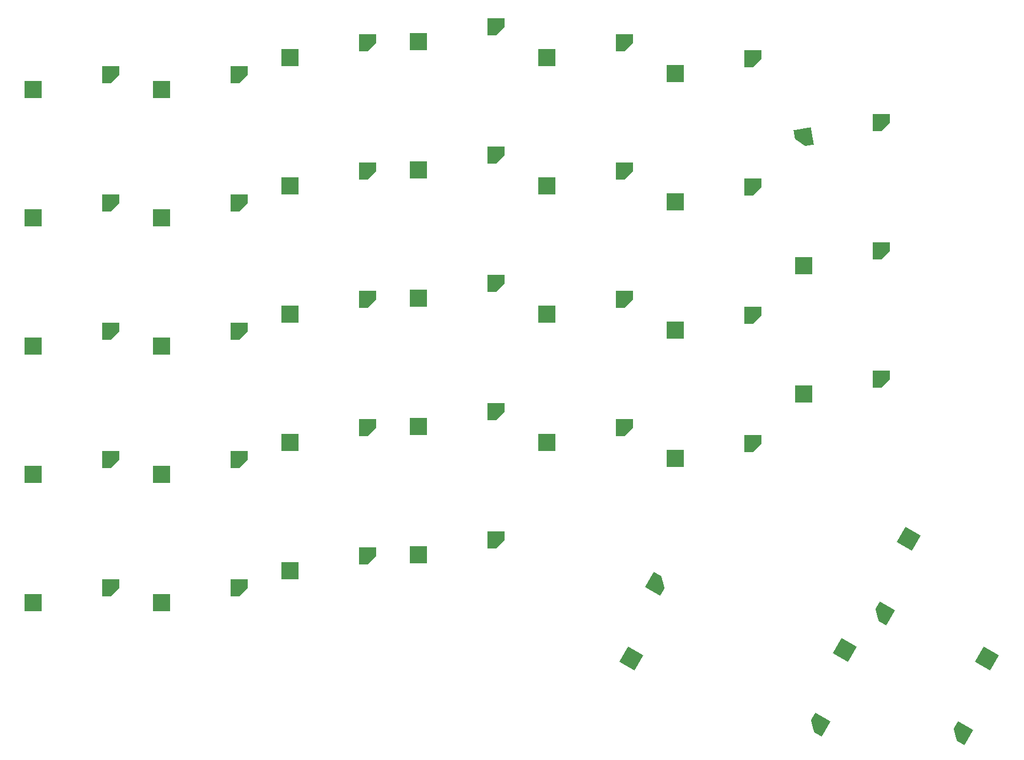
<source format=gbr>
%TF.GenerationSoftware,KiCad,Pcbnew,8.0.3*%
%TF.CreationDate,2024-07-25T04:43:43+09:00*%
%TF.ProjectId,ergodash,6572676f-6461-4736-982e-6b696361645f,2.0*%
%TF.SameCoordinates,Original*%
%TF.FileFunction,Paste,Top*%
%TF.FilePolarity,Positive*%
%FSLAX46Y46*%
G04 Gerber Fmt 4.6, Leading zero omitted, Abs format (unit mm)*
G04 Created by KiCad (PCBNEW 8.0.3) date 2024-07-25 04:43:43*
%MOMM*%
%LPD*%
G01*
G04 APERTURE LIST*
G04 Aperture macros list*
%AMRotRect*
0 Rectangle, with rotation*
0 The origin of the aperture is its center*
0 $1 length*
0 $2 width*
0 $3 Rotation angle, in degrees counterclockwise*
0 Add horizontal line*
21,1,$1,$2,0,0,$3*%
%AMOutline5P*
0 Free polygon, 5 corners , with rotation*
0 The origin of the aperture is its center*
0 number of corners: always 5*
0 $1 to $10 corner X, Y*
0 $11 Rotation angle, in degrees counterclockwise*
0 create outline with 5 corners*
4,1,5,$1,$2,$3,$4,$5,$6,$7,$8,$9,$10,$1,$2,$11*%
%AMOutline6P*
0 Free polygon, 6 corners , with rotation*
0 The origin of the aperture is its center*
0 number of corners: always 6*
0 $1 to $12 corner X, Y*
0 $13 Rotation angle, in degrees counterclockwise*
0 create outline with 6 corners*
4,1,6,$1,$2,$3,$4,$5,$6,$7,$8,$9,$10,$11,$12,$1,$2,$13*%
%AMOutline7P*
0 Free polygon, 7 corners , with rotation*
0 The origin of the aperture is its center*
0 number of corners: always 7*
0 $1 to $14 corner X, Y*
0 $15 Rotation angle, in degrees counterclockwise*
0 create outline with 7 corners*
4,1,7,$1,$2,$3,$4,$5,$6,$7,$8,$9,$10,$11,$12,$13,$14,$1,$2,$15*%
%AMOutline8P*
0 Free polygon, 8 corners , with rotation*
0 The origin of the aperture is its center*
0 number of corners: always 8*
0 $1 to $16 corner X, Y*
0 $17 Rotation angle, in degrees counterclockwise*
0 create outline with 8 corners*
4,1,8,$1,$2,$3,$4,$5,$6,$7,$8,$9,$10,$11,$12,$13,$14,$15,$16,$1,$2,$17*%
G04 Aperture macros list end*
%ADD10Outline5P,-1.300000X1.300000X1.300000X1.300000X1.300000X0.000000X0.000000X-1.300000X-1.300000X-1.300000X0.000000*%
%ADD11R,2.600000X2.600000*%
%ADD12Outline5P,-1.300000X1.300000X1.300000X1.300000X1.300000X-1.300000X0.000000X-1.300000X-1.300000X0.000000X10.000000*%
%ADD13Outline5P,-1.300000X1.300000X1.300000X1.300000X1.300000X0.000000X0.000000X-1.300000X-1.300000X-1.300000X240.000000*%
%ADD14RotRect,2.600000X2.600000X240.000000*%
%ADD15Outline5P,-1.300000X1.300000X1.300000X1.300000X1.300000X0.000000X0.000000X-1.300000X-1.300000X-1.300000X60.000000*%
%ADD16RotRect,2.600000X2.600000X60.000000*%
%ADD17Outline5P,-1.300000X0.000000X0.000000X1.300000X1.300000X1.300000X1.300000X-1.300000X-1.300000X-1.300000X180.000000*%
G04 APERTURE END LIST*
D10*
%TO.C,SW5*%
X32592000Y91230500D03*
D11*
X21042000Y89030500D03*
%TD*%
D10*
%TO.C,SW6*%
X32592000Y72180500D03*
D11*
X21042000Y69980500D03*
%TD*%
D10*
%TO.C,SW7*%
X32592000Y53130500D03*
D11*
X21042000Y50930500D03*
%TD*%
D10*
%TO.C,SW8*%
X32592000Y34080500D03*
D11*
X21042000Y31880500D03*
%TD*%
D10*
%TO.C,SW12*%
X51642000Y38843000D03*
D11*
X40092000Y36643000D03*
%TD*%
D10*
%TO.C,SW13*%
X70692000Y98374300D03*
D11*
X59142000Y96174300D03*
%TD*%
D10*
%TO.C,SW14*%
X70692000Y79324300D03*
D11*
X59142000Y77124300D03*
%TD*%
D10*
%TO.C,SW15*%
X70692000Y60274300D03*
D11*
X59142000Y58074300D03*
%TD*%
D10*
%TO.C,SW16*%
X70692000Y41224300D03*
D11*
X59142000Y39024300D03*
%TD*%
D10*
%TO.C,SW17*%
X89742000Y95993000D03*
D11*
X78192000Y93793000D03*
%TD*%
D10*
%TO.C,SW18*%
X89742000Y76943000D03*
D11*
X78192000Y74743000D03*
%TD*%
D10*
%TO.C,SW19*%
X89742000Y57893000D03*
D11*
X78192000Y55693000D03*
%TD*%
D10*
%TO.C,SW20*%
X89742000Y38843000D03*
D11*
X78192000Y36643000D03*
%TD*%
D10*
%TO.C,SW21*%
X108792000Y93611800D03*
D11*
X97242000Y91411800D03*
%TD*%
D10*
%TO.C,SW25*%
X127842000Y84086800D03*
D12*
X116292000Y81886800D03*
%TD*%
D10*
%TO.C,SW26*%
X127842000Y65036800D03*
D11*
X116292000Y62836800D03*
%TD*%
D10*
%TO.C,SW27*%
X127842000Y45986800D03*
D11*
X116292000Y43786800D03*
%TD*%
D13*
%TO.C,SW28*%
X128017351Y11213867D03*
D14*
X131887095Y22316460D03*
%TD*%
D10*
%TO.C,SW31*%
X32592000Y15030500D03*
D11*
X21042000Y12830500D03*
%TD*%
D15*
%TO.C,SW34*%
X94548649Y15642033D03*
D16*
X90678905Y4539440D03*
%TD*%
D13*
%TO.C,SW35*%
X118492351Y-5284133D03*
D14*
X122362095Y5818460D03*
%TD*%
D13*
%TO.C,SW41*%
X139625351Y-6541233D03*
D14*
X143495095Y4561360D03*
%TD*%
D17*
%TO.C,SW1*%
X13542000Y91230500D03*
D11*
X1992000Y89030500D03*
%TD*%
D17*
%TO.C,SW2*%
X13542000Y72180500D03*
D11*
X1992000Y69980500D03*
%TD*%
D17*
%TO.C,SW3*%
X13542000Y53130500D03*
D11*
X1992000Y50930500D03*
%TD*%
D17*
%TO.C,SW4*%
X13542000Y34080500D03*
D11*
X1992000Y31880500D03*
%TD*%
D17*
%TO.C,SW9*%
X51642000Y95993000D03*
D11*
X40092000Y93793000D03*
%TD*%
D17*
%TO.C,SW10*%
X51642000Y76943000D03*
D11*
X40092000Y74743000D03*
%TD*%
D17*
%TO.C,SW11*%
X51642000Y57893000D03*
D11*
X40092000Y55693000D03*
%TD*%
D17*
%TO.C,SW22*%
X108792000Y74561800D03*
D11*
X97242000Y72361800D03*
%TD*%
D17*
%TO.C,SW23*%
X108792000Y55511800D03*
D11*
X97242000Y53311800D03*
%TD*%
D17*
%TO.C,SW24*%
X108792000Y36461800D03*
D11*
X97242000Y34261800D03*
%TD*%
D17*
%TO.C,SW30*%
X13542000Y15030500D03*
D11*
X1992000Y12830500D03*
%TD*%
D17*
%TO.C,SW32*%
X51642000Y19793000D03*
D11*
X40092000Y17593000D03*
%TD*%
D17*
%TO.C,SW33*%
X70692000Y22174300D03*
D11*
X59142000Y19974300D03*
%TD*%
M02*

</source>
